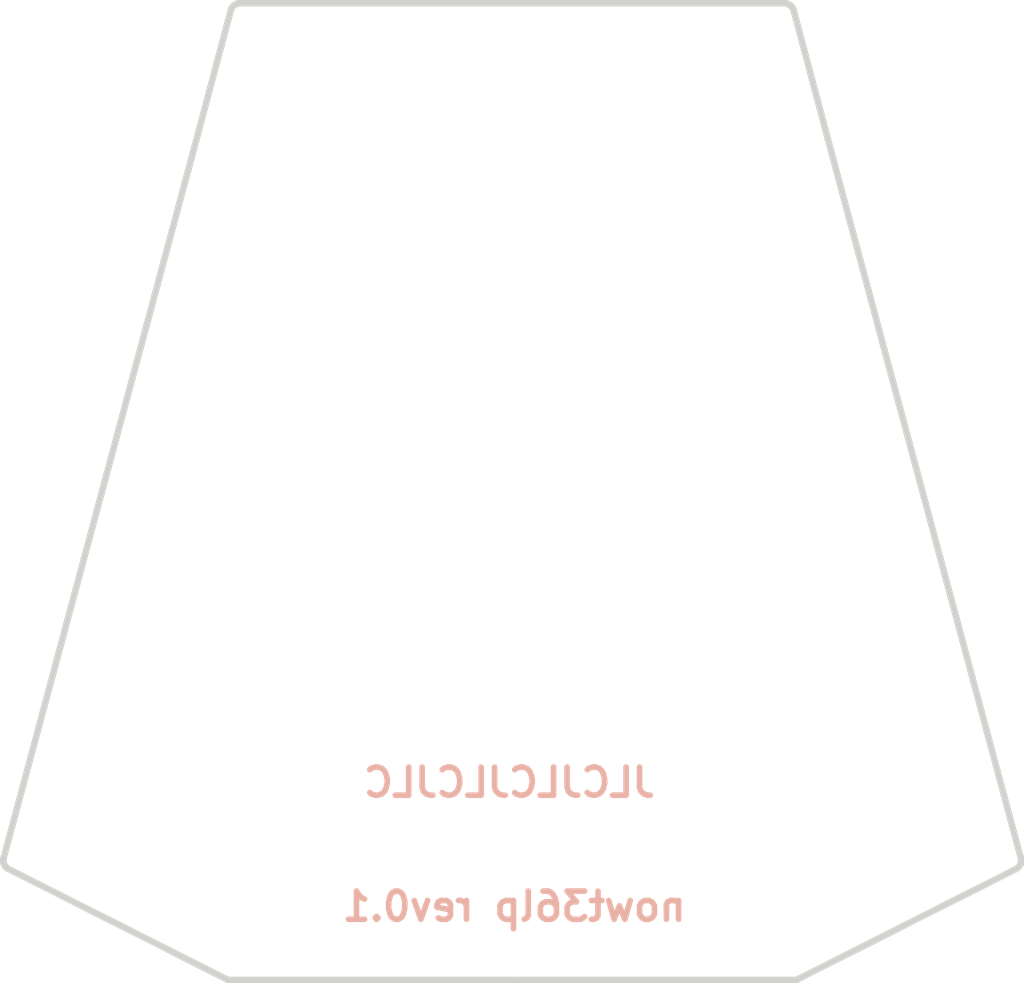
<source format=kicad_pcb>
(kicad_pcb (version 20211014) (generator pcbnew)
  (layers (0 "F.Cu" signal) (31 "B.Cu" signal) (34 "B.Paste" user) (35 "F.Paste" user) (36 "B.SilkS" user "B.Silkscreen") (37 "F.SilkS" user "F.Silkscreen") (38 "B.Mask" user) (39 "F.Mask" user) (44 "Edge.Cuts" user))
  (net 0 "")
  (footprint "nowt_parts:spacer_m2_2.2mm" (layer "F.Cu") (at 135.37 110.89)
    (fp_text reference "Ref**" hide)
    (fp_text value "Val**" hide)
    (pad "" np_thru_hole circle (at 0 0) (size 2.2 2.2) (drill 2.2) (layers F&B.Cu *.Mask))
  )
  (footprint "nowt_parts:spacer_m2_2.2mm" (layer "F.Cu") (at 141.97 86.2)
    (fp_text reference "Ref**" hide)
    (fp_text value "Val**" hide)
    (pad "" np_thru_hole circle (at 0 0) (size 2.2 2.2) (drill 2.2) (layers F&B.Cu *.Mask))
  )
  (footprint "nowt_parts:spacer_m2_2.2mm" (layer "F.Cu") (at 173.69 86.2)
    (fp_text reference "Ref**" hide)
    (fp_text value "Val**" hide)
    (pad "" np_thru_hole circle (at 0 0) (size 2.2 2.2) (drill 2.2) (layers F&B.Cu *.Mask))
  )
  (footprint "nowt_parts:ResetSW_1side" (layer "F.Cu") (at 158.1 111.95 180)
    (fp_text reference "SW37" hide)
    (fp_text value "RESET_SWITCH" hide)
    (pad "" np_thru_hole oval (at 0.065 -0.055 180) (size 4.35 2.57) (drill oval 4.35 2.57) (layers F&B.Cu *.Mask))
  )
  (footprint "nowt_parts:spacer_m2_2.2mm" (layer "F.Cu") (at 180.28 110.85)
    (fp_text reference "Ref**" hide)
    (fp_text value "Val**" hide)
    (pad "" np_thru_hole circle (at 0 0) (size 2.2 2.2) (drill 2.2) (layers F&B.Cu *.Mask))
  )
  (gr_line (start 130.847488 112.967146) (end 130.838538 112.9482) (layer "Edge.Cuts") (width 0.349999))
  (gr_line (start 130.798925 112.807067) (end 130.796699 112.786008) (layer "Edge.Cuts") (width 0.349999))
  (gr_line (start 131.05 113.18) (end 131.031115 113.168846) (layer "Edge.Cuts") (width 0.349999))
  (gr_line (start 142.919715 67.440735) (end 142.927164 67.421228) (layer "Edge.Cuts") (width 0.349999))
  (gr_line (start 130.812074 112.614576) (end 140.811487 75.356192) (layer "Edge.Cuts") (width 0.349999))
  (gr_line (start 184.810946 113.117172) (end 184.777713 113.144349) (layer "Edge.Cuts") (width 0.349999))
  (gr_line (start 130.962019 113.117202) (end 130.946415 113.102667) (layer "Edge.Cuts") (width 0.349999))
  (gr_line (start 143.040036 67.252807) (end 143.05471 67.238975) (layer "Edge.Cuts") (width 0.349999))
  (gr_line (start 143.28664 67.12041) (end 143.306931 67.116551) (layer "Edge.Cuts") (width 0.349999))
  (gr_line (start 157.88647 119.099577) (end 142.76411 119.099577) (layer "Edge.Cuts") (width 0.349999))
  (gr_line (start 184.966113 112.635999) (end 184.970396 112.65751) (layer "Edge.Cuts") (width 0.349999))
  (gr_line (start 130.867736 113.003861) (end 130.857224 112.985709) (layer "Edge.Cuts") (width 0.349999))
  (gr_line (start 184.976078 112.700551) (end 184.977994 112.74344) (layer "Edge.Cuts") (width 0.349999))
  (gr_line (start 184.976239 112.785964) (end 184.970909 112.827911) (layer "Edge.Cuts") (width 0.349999))
  (gr_line (start 130.823048 112.909263) (end 130.81653 112.889325) (layer "Edge.Cuts") (width 0.349999))
  (gr_line (start 172.424714 67.111344) (end 172.445479 67.113526) (layer "Edge.Cuts") (width 0.349999))
  (gr_line (start 131.012863 113.156963) (end 130.995255 113.144377) (layer "Edge.Cuts") (width 0.349999))
  (gr_line (start 184.973714 112.679036) (end 184.976078 112.700551) (layer "Edge.Cuts") (width 0.349999))
  (gr_line (start 172.486308 67.120413) (end 172.50633 67.125086) (layer "Edge.Cuts") (width 0.349999))
  (gr_line (start 130.802533 112.657556) (end 130.806815 112.636045) (layer "Edge.Cuts") (width 0.349999))
  (gr_line (start 130.796854 112.700596) (end 130.799217 112.679082) (layer "Edge.Cuts") (width 0.349999))
  (gr_line (start 130.838538 112.9482) (end 130.830388 112.928897) (layer "Edge.Cuts") (width 0.349999))
  (gr_line (start 130.796699 112.786008) (end 130.795367 112.764805) (layer "Edge.Cuts") (width 0.349999))
  (gr_line (start 172.845775 67.42121) (end 172.853225 67.440715) (layer "Edge.Cuts") (width 0.349999))
  (gr_line (start 142.76411 119.099577) (end 142.76411 119.099577) (layer "Edge.Cuts") (width 0.349999))
  (gr_line (start 172.619683 67.169348) (end 172.654395 67.189905) (layer "Edge.Cuts") (width 0.349999))
  (gr_line (start 143.306931 67.116551) (end 143.327471 67.113523) (layer "Edge.Cuts") (width 0.349999))
  (gr_line (start 130.978303 113.131114) (end 130.962019 113.117202) (layer "Edge.Cuts") (width 0.349999))
  (gr_line (start 184.741855 113.16882) (end 184.722971 113.179975) (layer "Edge.Cuts") (width 0.349999))
  (gr_line (start 130.795367 112.764805) (end 130.794941 112.743485) (layer "Edge.Cuts") (width 0.349999))
  (gr_line (start 143.171242 67.160118) (end 143.189617 67.151608) (layer "Edge.Cuts") (width 0.349999))
  (gr_line (start 172.865764 67.480997) (end 174.961451 75.356192) (layer "Edge.Cuts") (width 0.349999))
  (gr_line (start 143.348237 67.11134) (end 143.36921 67.110019) (layer "Edge.Cuts") (width 0.349999))
  (gr_line (start 142.927164 67.421228) (end 142.935373 67.402159) (layer "Edge.Cuts") (width 0.349999))
  (gr_line (start 130.806815 112.636045) (end 130.812074 112.614576) (layer "Edge.Cuts") (width 0.349999))
  (gr_line (start 130.946415 113.102667) (end 130.931503 113.087536) (layer "Edge.Cuts") (width 0.349999))
  (gr_line (start 184.84146 113.087503) (end 184.810946 113.117172) (layer "Edge.Cuts") (width 0.349999))
  (gr_line (start 130.830388 112.928897) (end 130.823048 112.909263) (layer "Edge.Cuts") (width 0.349999))
  (gr_line (start 142.987087 67.313922) (end 142.999421 67.297806) (layer "Edge.Cuts") (width 0.349999))
  (gr_line (start 130.81653 112.889325) (end 130.810847 112.86911) (layer "Edge.Cuts") (width 0.349999))
  (gr_line (start 143.025916 67.267233) (end 143.040036 67.252807) (layer "Edge.Cuts") (width 0.349999))
  (gr_line (start 142.935373 67.402159) (end 142.944321 67.383543) (layer "Edge.Cuts") (width 0.349999))
  (gr_line (start 172.859896 67.460642) (end 172.865767 67.480974) (layer "Edge.Cuts") (width 0.349999))
  (gr_line (start 184.703467 113.190374) (end 173.00883 119.099577) (layer "Edge.Cuts") (width 0.349999))
  (gr_line (start 130.799217 112.679082) (end 130.802533 112.657556) (layer "Edge.Cuts") (width 0.349999))
  (gr_line (start 184.91573 112.98567) (end 184.893947 113.021539) (layer "Edge.Cuts") (width 0.349999))
  (gr_line (start 172.445479 67.113526) (end 172.466017 67.116554) (layer "Edge.Cuts") (width 0.349999))
  (gr_line (start 130.806011 112.848644) (end 130.802033 112.827954) (layer "Edge.Cuts") (width 0.349999))
  (gr_line (start 172.50633 67.125086) (end 172.545487 67.136813) (layer "Edge.Cuts") (width 0.349999))
  (gr_line (start 130.810847 112.86911) (end 130.806011 112.848644) (layer "Edge.Cuts") (width 0.349999))
  (gr_line (start 184.893947 113.021539) (end 184.869158 113.055554) (layer "Edge.Cuts") (width 0.349999))
  (gr_line (start 172.747022 67.267226) (end 172.773516 67.297797) (layer "Edge.Cuts") (width 0.349999))
  (gr_line (start 172.382583 67.109579) (end 172.403741 67.110023) (layer "Edge.Cuts") (width 0.349999))
  (gr_line (start 184.9499 112.909222) (end 184.934413 112.94816) (layer "Edge.Cuts") (width 0.349999))
  (gr_line (start 142.96435 67.347732) (end 142.97539 67.330569) (layer "Edge.Cuts") (width 0.349999))
  (gr_line (start 142.999421 67.297806) (end 143.012371 67.282238) (layer "Edge.Cuts") (width 0.349999))
  (gr_line (start 174.961451 75.356192) (end 184.960853 112.614531) (layer "Edge.Cuts") (width 0.349999))
  (gr_line (start 172.853225 67.440715) (end 172.859896 67.460642) (layer "Edge.Cuts") (width 0.349999))
  (gr_line (start 143.39037 67.109575) (end 157.88647 67.109579) (layer "Edge.Cuts") (width 0.349999))
  (gr_line (start 184.934413 112.94816) (end 184.91573 112.98567) (layer "Edge.Cuts") (width 0.349999))
  (gr_line (start 143.208362 67.143833) (end 143.227458 67.136811) (layer "Edge.Cuts") (width 0.349999))
  (gr_line (start 184.703467 113.190374) (end 184.703467 113.190374) (layer "Edge.Cuts") (width 0.349999))
  (gr_line (start 157.88647 119.099577) (end 157.88647 119.099577) (layer "Edge.Cuts") (width 0.349999))
  (gr_line (start 172.545487 67.136813) (end 172.583326 67.151608) (layer "Edge.Cuts") (width 0.349999))
  (gr_line (start 172.818951 67.36538) (end 172.828617 67.383527) (layer "Edge.Cuts") (width 0.349999))
  (gr_line (start 130.891036 113.038828) (end 130.87901 113.021576) (layer "Edge.Cuts") (width 0.349999))
  (gr_line (start 130.87901 113.021576) (end 130.867736 113.003861) (layer "Edge.Cuts") (width 0.349999))
  (gr_line (start 172.828617 67.383527) (end 172.837565 67.402142) (layer "Edge.Cuts") (width 0.349999))
  (gr_line (start 174.961451 75.356192) (end 174.961451 75.356192) (layer "Edge.Cuts") (width 0.349999))
  (gr_line (start 140.811487 75.356192) (end 140.811487 75.356192) (layer "Edge.Cuts") (width 0.349999))
  (gr_line (start 157.88647 67.109579) (end 172.382583 67.109579) (layer "Edge.Cuts") (width 0.349999))
  (gr_line (start 173.00883 119.099577) (end 157.88647 119.099577) (layer "Edge.Cuts") (width 0.349999))
  (gr_line (start 172.382583 67.109579) (end 172.382583 67.109579) (layer "Edge.Cuts") (width 0.349999))
  (gr_line (start 142.913044 67.460663) (end 142.919715 67.440735) (layer "Edge.Cuts") (width 0.349999))
  (gr_line (start 184.777713 113.144349) (end 184.760106 113.156936) (layer "Edge.Cuts") (width 0.349999))
  (gr_line (start 172.797547 67.330557) (end 172.818951 67.36538) (layer "Edge.Cuts") (width 0.349999))
  (gr_line (start 130.802033 112.827954) (end 130.798925 112.807067) (layer "Edge.Cuts") (width 0.349999))
  (gr_line (start 142.97539 67.330569) (end 142.987087 67.313922) (layer "Edge.Cuts") (width 0.349999))
  (gr_line (start 130.917295 113.071834) (end 130.903802 113.055589) (layer "Edge.Cuts") (width 0.349999))
  (gr_line (start 130.903802 113.055589) (end 130.891036 113.038828) (layer "Edge.Cuts") (width 0.349999))
  (gr_line (start 140.811487 75.356192) (end 142.907174 67.480997) (layer "Edge.Cuts") (width 0.349999))
  (gr_line (start 184.970909 112.827911) (end 184.962097 112.869068) (layer "Edge.Cuts") (width 0.349999))
  (gr_line (start 172.773516 67.297797) (end 172.797547 67.330557) (layer "Edge.Cuts") (width 0.349999))
  (gr_line (start 143.085641 67.213158) (end 143.101857 67.201204) (layer "Edge.Cuts") (width 0.349999))
  (gr_line (start 143.36921 67.110019) (end 143.39037 67.109575) (layer "Edge.Cuts") (width 0.349999))
  (gr_line (start 184.970396 112.65751) (end 184.973714 112.679036) (layer "Edge.Cuts") (width 0.349999))
  (gr_line (start 143.118545 67.189907) (end 143.135686 67.179283) (layer "Edge.Cuts") (width 0.349999))
  (gr_line (start 184.977994 112.74344) (end 184.976239 112.785964) (layer "Edge.Cuts") (width 0.349999))
  (gr_line (start 142.76411 119.099577) (end 131.069505 113.190397) (layer "Edge.Cuts") (width 0.349999))
  (gr_line (start 172.403741 67.110023) (end 172.424714 67.111344) (layer "Edge.Cuts") (width 0.349999))
  (gr_line (start 172.837565 67.402142) (end 172.845775 67.42121) (layer "Edge.Cuts") (width 0.349999))
  (gr_line (start 130.795433 112.722073) (end 130.796854 112.700596) (layer "Edge.Cuts") (width 0.349999))
  (gr_line (start 142.907174 67.480997) (end 142.907174 67.480997) (layer "Edge.Cuts") (width 0.349999))
  (gr_line (start 143.069919 67.225753) (end 143.085641 67.213158) (layer "Edge.Cuts") (width 0.349999))
  (gr_line (start 143.153258 67.169348) (end 143.171242 67.160118) (layer "Edge.Cuts") (width 0.349999))
  (gr_line (start 184.960853 112.614531) (end 184.960853 112.614531) (layer "Edge.Cuts") (width 0.349999))
  (gr_line (start 143.101857 67.201204) (end 143.118545 67.189907) (layer "Edge.Cuts") (width 0.349999))
  (gr_line (start 184.960853 112.614531) (end 184.966113 112.635999) (layer "Edge.Cuts") (width 0.349999))
  (gr_line (start 131.069505 113.190397) (end 131.069505 113.190397) (layer "Edge.Cuts") (width 0.349999))
  (gr_line (start 184.760106 113.156936) (end 184.741855 113.16882) (layer "Edge.Cuts") (width 0.349999))
  (gr_line (start 130.931503 113.087536) (end 130.917295 113.071834) (layer "Edge.Cuts") (width 0.349999))
  (gr_line (start 131.069505 113.190397) (end 131.05 113.18) (layer "Edge.Cuts") (width 0.349999))
  (gr_line (start 143.227458 67.136811) (end 143.246883 67.130555) (layer "Edge.Cuts") (width 0.349999))
  (gr_line (start 143.135686 67.179283) (end 143.153258 67.169348) (layer "Edge.Cuts") (width 0.349999))
  (gr_line (start 143.327471 67.113523) (end 143.348237 67.11134) (layer "Edge.Cuts") (width 0.349999))
  (gr_line (start 157.88647 67.109579) (end 157.88647 67.109579) (layer "Edge.Cuts") (width 0.349999))
  (gr_line (start 184.722971 113.179975) (end 184.703467 113.190374) (layer "Edge.Cuts") (width 0.349999))
  (gr_line (start 142.953986 67.365395) (end 142.96435 67.347732) (layer "Edge.Cuts") (width 0.349999))
  (gr_line (start 143.39037 67.109575) (end 143.39037 67.109575) (layer "Edge.Cuts") (width 0.349999))
  (gr_line (start 172.718228 67.238969) (end 172.747022 67.267226) (layer "Edge.Cuts") (width 0.349999))
  (gr_line (start 142.907174 67.480997) (end 142.913044 67.460663) (layer "Edge.Cuts") (width 0.349999))
  (gr_line (start 130.812074 112.614576) (end 130.812074 112.614576) (layer "Edge.Cuts") (width 0.349999))
  (gr_line (start 131.031115 113.168846) (end 131.012863 113.156963) (layer "Edge.Cuts") (width 0.349999))
  (gr_line (start 143.05471 67.238975) (end 143.069919 67.225753) (layer "Edge.Cuts") (width 0.349999))
  (gr_line (start 172.654395 67.189905) (end 172.687298 67.213154) (layer "Edge.Cuts") (width 0.349999))
  (gr_line (start 172.466017 67.116554) (end 172.486308 67.120413) (layer "Edge.Cuts") (width 0.349999))
  (gr_line (start 173.00883 119.099577) (end 173.00883 119.099577) (layer "Edge.Cuts") (width 0.349999))
  (gr_line (start 130.995255 113.144377) (end 130.978303 113.131114) (layer "Edge.Cuts") (width 0.349999))
  (gr_line (start 184.869158 113.055554) (end 184.84146 113.087503) (layer "Edge.Cuts") (width 0.349999))
  (gr_line (start 142.944321 67.383543) (end 142.953986 67.365395) (layer "Edge.Cuts") (width 0.349999))
  (gr_line (start 143.266617 67.125083) (end 143.28664 67.12041) (layer "Edge.Cuts") (width 0.349999))
  (gr_line (start 172.687298 67.213154) (end 172.718228 67.238969) (layer "Edge.Cuts") (width 0.349999))
  (gr_line (start 130.857224 112.985709) (end 130.847488 112.967146) (layer "Edge.Cuts") (width 0.349999))
  (gr_line (start 184.962097 112.869068) (end 184.9499 112.909222) (layer "Edge.Cuts") (width 0.349999))
  (gr_line (start 143.189617 67.151608) (end 143.208362 67.143833) (layer "Edge.Cuts") (width 0.349999))
  (gr_line (start 172.583326 67.151608) (end 172.619683 67.169348) (layer "Edge.Cuts") (width 0.349999))
  (gr_line (start 130.794941 112.743485) (end 130.795433 112.722073) (layer "Edge.Cuts") (width 0.349999))
  (gr_line (start 143.246883 67.130555) (end 143.266617 67.125083) (layer "Edge.Cuts") (width 0.349999))
  (gr_line (start 143.012371 67.282238) (end 143.025916 67.267233) (layer "Edge.Cuts") (width 0.349999))
  (gr_text "JLCJLCJLCJLC" (at 157.734 108.585) (layer "B.SilkS") (effects (font (size 1.5 1.5) (thickness 0.3)) (justify mirror)))
  (gr_text "nowt36lp rev0.1\n" (at 157.988 115.189) (layer "B.SilkS") (effects (font (size 1.5 1.5) (thickness 0.3)) (justify mirror)))
)
</source>
